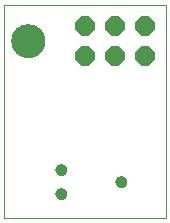
<source format=gts>
G04 EAGLE Gerber RS-274X export*
G75*
%MOMM*%
%FSLAX34Y34*%
%LPD*%
%INTop solder mask*%
%IPPOS*%
%AMOC8*
5,1,8,0,0,1.08239X$1,22.5*%
G01*
%ADD10C,0.000000*%
%ADD11C,2.851600*%
%ADD12P,1.759533X8X22.500000*%
%ADD13C,0.990600*%


D10*
X15240Y15240D02*
X152400Y15240D01*
X152400Y195580D01*
X15240Y195580D01*
X15240Y15240D01*
X21850Y165000D02*
X21854Y165337D01*
X21867Y165675D01*
X21887Y166012D01*
X21916Y166348D01*
X21953Y166683D01*
X21999Y167018D01*
X22052Y167351D01*
X22114Y167682D01*
X22184Y168013D01*
X22262Y168341D01*
X22348Y168667D01*
X22442Y168991D01*
X22544Y169313D01*
X22654Y169632D01*
X22771Y169949D01*
X22897Y170262D01*
X23030Y170572D01*
X23170Y170879D01*
X23318Y171182D01*
X23474Y171482D01*
X23636Y171777D01*
X23806Y172069D01*
X23983Y172356D01*
X24167Y172639D01*
X24358Y172917D01*
X24556Y173191D01*
X24760Y173459D01*
X24971Y173723D01*
X25188Y173981D01*
X25412Y174234D01*
X25642Y174481D01*
X25877Y174723D01*
X26119Y174958D01*
X26366Y175188D01*
X26619Y175412D01*
X26877Y175629D01*
X27141Y175840D01*
X27409Y176044D01*
X27683Y176242D01*
X27961Y176433D01*
X28244Y176617D01*
X28531Y176794D01*
X28823Y176964D01*
X29118Y177126D01*
X29418Y177282D01*
X29721Y177430D01*
X30028Y177570D01*
X30338Y177703D01*
X30651Y177829D01*
X30968Y177946D01*
X31287Y178056D01*
X31609Y178158D01*
X31933Y178252D01*
X32259Y178338D01*
X32587Y178416D01*
X32918Y178486D01*
X33249Y178548D01*
X33582Y178601D01*
X33917Y178647D01*
X34252Y178684D01*
X34588Y178713D01*
X34925Y178733D01*
X35263Y178746D01*
X35600Y178750D01*
X35937Y178746D01*
X36275Y178733D01*
X36612Y178713D01*
X36948Y178684D01*
X37283Y178647D01*
X37618Y178601D01*
X37951Y178548D01*
X38282Y178486D01*
X38613Y178416D01*
X38941Y178338D01*
X39267Y178252D01*
X39591Y178158D01*
X39913Y178056D01*
X40232Y177946D01*
X40549Y177829D01*
X40862Y177703D01*
X41172Y177570D01*
X41479Y177430D01*
X41782Y177282D01*
X42082Y177126D01*
X42377Y176964D01*
X42669Y176794D01*
X42956Y176617D01*
X43239Y176433D01*
X43517Y176242D01*
X43791Y176044D01*
X44059Y175840D01*
X44323Y175629D01*
X44581Y175412D01*
X44834Y175188D01*
X45081Y174958D01*
X45323Y174723D01*
X45558Y174481D01*
X45788Y174234D01*
X46012Y173981D01*
X46229Y173723D01*
X46440Y173459D01*
X46644Y173191D01*
X46842Y172917D01*
X47033Y172639D01*
X47217Y172356D01*
X47394Y172069D01*
X47564Y171777D01*
X47726Y171482D01*
X47882Y171182D01*
X48030Y170879D01*
X48170Y170572D01*
X48303Y170262D01*
X48429Y169949D01*
X48546Y169632D01*
X48656Y169313D01*
X48758Y168991D01*
X48852Y168667D01*
X48938Y168341D01*
X49016Y168013D01*
X49086Y167682D01*
X49148Y167351D01*
X49201Y167018D01*
X49247Y166683D01*
X49284Y166348D01*
X49313Y166012D01*
X49333Y165675D01*
X49346Y165337D01*
X49350Y165000D01*
X49346Y164663D01*
X49333Y164325D01*
X49313Y163988D01*
X49284Y163652D01*
X49247Y163317D01*
X49201Y162982D01*
X49148Y162649D01*
X49086Y162318D01*
X49016Y161987D01*
X48938Y161659D01*
X48852Y161333D01*
X48758Y161009D01*
X48656Y160687D01*
X48546Y160368D01*
X48429Y160051D01*
X48303Y159738D01*
X48170Y159428D01*
X48030Y159121D01*
X47882Y158818D01*
X47726Y158518D01*
X47564Y158223D01*
X47394Y157931D01*
X47217Y157644D01*
X47033Y157361D01*
X46842Y157083D01*
X46644Y156809D01*
X46440Y156541D01*
X46229Y156277D01*
X46012Y156019D01*
X45788Y155766D01*
X45558Y155519D01*
X45323Y155277D01*
X45081Y155042D01*
X44834Y154812D01*
X44581Y154588D01*
X44323Y154371D01*
X44059Y154160D01*
X43791Y153956D01*
X43517Y153758D01*
X43239Y153567D01*
X42956Y153383D01*
X42669Y153206D01*
X42377Y153036D01*
X42082Y152874D01*
X41782Y152718D01*
X41479Y152570D01*
X41172Y152430D01*
X40862Y152297D01*
X40549Y152171D01*
X40232Y152054D01*
X39913Y151944D01*
X39591Y151842D01*
X39267Y151748D01*
X38941Y151662D01*
X38613Y151584D01*
X38282Y151514D01*
X37951Y151452D01*
X37618Y151399D01*
X37283Y151353D01*
X36948Y151316D01*
X36612Y151287D01*
X36275Y151267D01*
X35937Y151254D01*
X35600Y151250D01*
X35263Y151254D01*
X34925Y151267D01*
X34588Y151287D01*
X34252Y151316D01*
X33917Y151353D01*
X33582Y151399D01*
X33249Y151452D01*
X32918Y151514D01*
X32587Y151584D01*
X32259Y151662D01*
X31933Y151748D01*
X31609Y151842D01*
X31287Y151944D01*
X30968Y152054D01*
X30651Y152171D01*
X30338Y152297D01*
X30028Y152430D01*
X29721Y152570D01*
X29418Y152718D01*
X29118Y152874D01*
X28823Y153036D01*
X28531Y153206D01*
X28244Y153383D01*
X27961Y153567D01*
X27683Y153758D01*
X27409Y153956D01*
X27141Y154160D01*
X26877Y154371D01*
X26619Y154588D01*
X26366Y154812D01*
X26119Y155042D01*
X25877Y155277D01*
X25642Y155519D01*
X25412Y155766D01*
X25188Y156019D01*
X24971Y156277D01*
X24760Y156541D01*
X24556Y156809D01*
X24358Y157083D01*
X24167Y157361D01*
X23983Y157644D01*
X23806Y157931D01*
X23636Y158223D01*
X23474Y158518D01*
X23318Y158818D01*
X23170Y159121D01*
X23030Y159428D01*
X22897Y159738D01*
X22771Y160051D01*
X22654Y160368D01*
X22544Y160687D01*
X22442Y161009D01*
X22348Y161333D01*
X22262Y161659D01*
X22184Y161987D01*
X22114Y162318D01*
X22052Y162649D01*
X21999Y162982D01*
X21953Y163317D01*
X21916Y163652D01*
X21887Y163988D01*
X21867Y164325D01*
X21854Y164663D01*
X21850Y165000D01*
D11*
X35600Y165000D03*
D12*
X84011Y152400D03*
X84011Y177800D03*
X109411Y152400D03*
X109411Y177800D03*
X134811Y152400D03*
X134811Y177800D03*
D10*
X109855Y45720D02*
X109857Y45853D01*
X109863Y45986D01*
X109873Y46118D01*
X109887Y46251D01*
X109905Y46382D01*
X109926Y46514D01*
X109952Y46644D01*
X109982Y46774D01*
X110015Y46903D01*
X110052Y47030D01*
X110094Y47157D01*
X110138Y47282D01*
X110187Y47406D01*
X110239Y47528D01*
X110295Y47649D01*
X110355Y47768D01*
X110418Y47885D01*
X110484Y48000D01*
X110554Y48113D01*
X110627Y48224D01*
X110704Y48333D01*
X110784Y48439D01*
X110867Y48543D01*
X110953Y48645D01*
X111042Y48743D01*
X111133Y48839D01*
X111228Y48933D01*
X111326Y49023D01*
X111426Y49111D01*
X111529Y49195D01*
X111634Y49277D01*
X111741Y49355D01*
X111851Y49430D01*
X111963Y49501D01*
X112078Y49569D01*
X112194Y49634D01*
X112312Y49696D01*
X112432Y49753D01*
X112553Y49807D01*
X112676Y49858D01*
X112801Y49904D01*
X112926Y49947D01*
X113054Y49987D01*
X113182Y50022D01*
X113311Y50054D01*
X113441Y50081D01*
X113572Y50105D01*
X113703Y50125D01*
X113835Y50141D01*
X113968Y50153D01*
X114101Y50161D01*
X114234Y50165D01*
X114366Y50165D01*
X114499Y50161D01*
X114632Y50153D01*
X114765Y50141D01*
X114897Y50125D01*
X115028Y50105D01*
X115159Y50081D01*
X115289Y50054D01*
X115418Y50022D01*
X115546Y49987D01*
X115674Y49947D01*
X115799Y49904D01*
X115924Y49858D01*
X116047Y49807D01*
X116168Y49753D01*
X116288Y49696D01*
X116406Y49634D01*
X116523Y49569D01*
X116637Y49501D01*
X116749Y49430D01*
X116859Y49355D01*
X116966Y49277D01*
X117071Y49195D01*
X117174Y49111D01*
X117274Y49023D01*
X117372Y48933D01*
X117467Y48839D01*
X117558Y48743D01*
X117647Y48645D01*
X117733Y48543D01*
X117816Y48439D01*
X117896Y48333D01*
X117973Y48224D01*
X118046Y48113D01*
X118116Y48000D01*
X118182Y47885D01*
X118245Y47768D01*
X118305Y47649D01*
X118361Y47528D01*
X118413Y47406D01*
X118462Y47282D01*
X118506Y47157D01*
X118548Y47030D01*
X118585Y46903D01*
X118618Y46774D01*
X118648Y46644D01*
X118674Y46514D01*
X118695Y46382D01*
X118713Y46251D01*
X118727Y46118D01*
X118737Y45986D01*
X118743Y45853D01*
X118745Y45720D01*
X118743Y45587D01*
X118737Y45454D01*
X118727Y45322D01*
X118713Y45189D01*
X118695Y45058D01*
X118674Y44926D01*
X118648Y44796D01*
X118618Y44666D01*
X118585Y44537D01*
X118548Y44410D01*
X118506Y44283D01*
X118462Y44158D01*
X118413Y44034D01*
X118361Y43912D01*
X118305Y43791D01*
X118245Y43672D01*
X118182Y43555D01*
X118116Y43440D01*
X118046Y43327D01*
X117973Y43216D01*
X117896Y43107D01*
X117816Y43001D01*
X117733Y42897D01*
X117647Y42795D01*
X117558Y42697D01*
X117467Y42601D01*
X117372Y42507D01*
X117274Y42417D01*
X117174Y42329D01*
X117071Y42245D01*
X116966Y42163D01*
X116859Y42085D01*
X116749Y42010D01*
X116637Y41939D01*
X116522Y41871D01*
X116406Y41806D01*
X116288Y41744D01*
X116168Y41687D01*
X116047Y41633D01*
X115924Y41582D01*
X115799Y41536D01*
X115674Y41493D01*
X115546Y41453D01*
X115418Y41418D01*
X115289Y41386D01*
X115159Y41359D01*
X115028Y41335D01*
X114897Y41315D01*
X114765Y41299D01*
X114632Y41287D01*
X114499Y41279D01*
X114366Y41275D01*
X114234Y41275D01*
X114101Y41279D01*
X113968Y41287D01*
X113835Y41299D01*
X113703Y41315D01*
X113572Y41335D01*
X113441Y41359D01*
X113311Y41386D01*
X113182Y41418D01*
X113054Y41453D01*
X112926Y41493D01*
X112801Y41536D01*
X112676Y41582D01*
X112553Y41633D01*
X112432Y41687D01*
X112312Y41744D01*
X112194Y41806D01*
X112077Y41871D01*
X111963Y41939D01*
X111851Y42010D01*
X111741Y42085D01*
X111634Y42163D01*
X111529Y42245D01*
X111426Y42329D01*
X111326Y42417D01*
X111228Y42507D01*
X111133Y42601D01*
X111042Y42697D01*
X110953Y42795D01*
X110867Y42897D01*
X110784Y43001D01*
X110704Y43107D01*
X110627Y43216D01*
X110554Y43327D01*
X110484Y43440D01*
X110418Y43555D01*
X110355Y43672D01*
X110295Y43791D01*
X110239Y43912D01*
X110187Y44034D01*
X110138Y44158D01*
X110094Y44283D01*
X110052Y44410D01*
X110015Y44537D01*
X109982Y44666D01*
X109952Y44796D01*
X109926Y44926D01*
X109905Y45058D01*
X109887Y45189D01*
X109873Y45322D01*
X109863Y45454D01*
X109857Y45587D01*
X109855Y45720D01*
D13*
X114300Y45720D03*
D10*
X59055Y35560D02*
X59057Y35693D01*
X59063Y35826D01*
X59073Y35958D01*
X59087Y36091D01*
X59105Y36222D01*
X59126Y36354D01*
X59152Y36484D01*
X59182Y36614D01*
X59215Y36743D01*
X59252Y36870D01*
X59294Y36997D01*
X59338Y37122D01*
X59387Y37246D01*
X59439Y37368D01*
X59495Y37489D01*
X59555Y37608D01*
X59618Y37725D01*
X59684Y37840D01*
X59754Y37953D01*
X59827Y38064D01*
X59904Y38173D01*
X59984Y38279D01*
X60067Y38383D01*
X60153Y38485D01*
X60242Y38583D01*
X60333Y38679D01*
X60428Y38773D01*
X60526Y38863D01*
X60626Y38951D01*
X60729Y39035D01*
X60834Y39117D01*
X60941Y39195D01*
X61051Y39270D01*
X61163Y39341D01*
X61278Y39409D01*
X61394Y39474D01*
X61512Y39536D01*
X61632Y39593D01*
X61753Y39647D01*
X61876Y39698D01*
X62001Y39744D01*
X62126Y39787D01*
X62254Y39827D01*
X62382Y39862D01*
X62511Y39894D01*
X62641Y39921D01*
X62772Y39945D01*
X62903Y39965D01*
X63035Y39981D01*
X63168Y39993D01*
X63301Y40001D01*
X63434Y40005D01*
X63566Y40005D01*
X63699Y40001D01*
X63832Y39993D01*
X63965Y39981D01*
X64097Y39965D01*
X64228Y39945D01*
X64359Y39921D01*
X64489Y39894D01*
X64618Y39862D01*
X64746Y39827D01*
X64874Y39787D01*
X64999Y39744D01*
X65124Y39698D01*
X65247Y39647D01*
X65368Y39593D01*
X65488Y39536D01*
X65606Y39474D01*
X65723Y39409D01*
X65837Y39341D01*
X65949Y39270D01*
X66059Y39195D01*
X66166Y39117D01*
X66271Y39035D01*
X66374Y38951D01*
X66474Y38863D01*
X66572Y38773D01*
X66667Y38679D01*
X66758Y38583D01*
X66847Y38485D01*
X66933Y38383D01*
X67016Y38279D01*
X67096Y38173D01*
X67173Y38064D01*
X67246Y37953D01*
X67316Y37840D01*
X67382Y37725D01*
X67445Y37608D01*
X67505Y37489D01*
X67561Y37368D01*
X67613Y37246D01*
X67662Y37122D01*
X67706Y36997D01*
X67748Y36870D01*
X67785Y36743D01*
X67818Y36614D01*
X67848Y36484D01*
X67874Y36354D01*
X67895Y36222D01*
X67913Y36091D01*
X67927Y35958D01*
X67937Y35826D01*
X67943Y35693D01*
X67945Y35560D01*
X67943Y35427D01*
X67937Y35294D01*
X67927Y35162D01*
X67913Y35029D01*
X67895Y34898D01*
X67874Y34766D01*
X67848Y34636D01*
X67818Y34506D01*
X67785Y34377D01*
X67748Y34250D01*
X67706Y34123D01*
X67662Y33998D01*
X67613Y33874D01*
X67561Y33752D01*
X67505Y33631D01*
X67445Y33512D01*
X67382Y33395D01*
X67316Y33280D01*
X67246Y33167D01*
X67173Y33056D01*
X67096Y32947D01*
X67016Y32841D01*
X66933Y32737D01*
X66847Y32635D01*
X66758Y32537D01*
X66667Y32441D01*
X66572Y32347D01*
X66474Y32257D01*
X66374Y32169D01*
X66271Y32085D01*
X66166Y32003D01*
X66059Y31925D01*
X65949Y31850D01*
X65837Y31779D01*
X65722Y31711D01*
X65606Y31646D01*
X65488Y31584D01*
X65368Y31527D01*
X65247Y31473D01*
X65124Y31422D01*
X64999Y31376D01*
X64874Y31333D01*
X64746Y31293D01*
X64618Y31258D01*
X64489Y31226D01*
X64359Y31199D01*
X64228Y31175D01*
X64097Y31155D01*
X63965Y31139D01*
X63832Y31127D01*
X63699Y31119D01*
X63566Y31115D01*
X63434Y31115D01*
X63301Y31119D01*
X63168Y31127D01*
X63035Y31139D01*
X62903Y31155D01*
X62772Y31175D01*
X62641Y31199D01*
X62511Y31226D01*
X62382Y31258D01*
X62254Y31293D01*
X62126Y31333D01*
X62001Y31376D01*
X61876Y31422D01*
X61753Y31473D01*
X61632Y31527D01*
X61512Y31584D01*
X61394Y31646D01*
X61277Y31711D01*
X61163Y31779D01*
X61051Y31850D01*
X60941Y31925D01*
X60834Y32003D01*
X60729Y32085D01*
X60626Y32169D01*
X60526Y32257D01*
X60428Y32347D01*
X60333Y32441D01*
X60242Y32537D01*
X60153Y32635D01*
X60067Y32737D01*
X59984Y32841D01*
X59904Y32947D01*
X59827Y33056D01*
X59754Y33167D01*
X59684Y33280D01*
X59618Y33395D01*
X59555Y33512D01*
X59495Y33631D01*
X59439Y33752D01*
X59387Y33874D01*
X59338Y33998D01*
X59294Y34123D01*
X59252Y34250D01*
X59215Y34377D01*
X59182Y34506D01*
X59152Y34636D01*
X59126Y34766D01*
X59105Y34898D01*
X59087Y35029D01*
X59073Y35162D01*
X59063Y35294D01*
X59057Y35427D01*
X59055Y35560D01*
D13*
X63500Y35560D03*
D10*
X59055Y55880D02*
X59057Y56013D01*
X59063Y56146D01*
X59073Y56278D01*
X59087Y56411D01*
X59105Y56542D01*
X59126Y56674D01*
X59152Y56804D01*
X59182Y56934D01*
X59215Y57063D01*
X59252Y57190D01*
X59294Y57317D01*
X59338Y57442D01*
X59387Y57566D01*
X59439Y57688D01*
X59495Y57809D01*
X59555Y57928D01*
X59618Y58045D01*
X59684Y58160D01*
X59754Y58273D01*
X59827Y58384D01*
X59904Y58493D01*
X59984Y58599D01*
X60067Y58703D01*
X60153Y58805D01*
X60242Y58903D01*
X60333Y58999D01*
X60428Y59093D01*
X60526Y59183D01*
X60626Y59271D01*
X60729Y59355D01*
X60834Y59437D01*
X60941Y59515D01*
X61051Y59590D01*
X61163Y59661D01*
X61278Y59729D01*
X61394Y59794D01*
X61512Y59856D01*
X61632Y59913D01*
X61753Y59967D01*
X61876Y60018D01*
X62001Y60064D01*
X62126Y60107D01*
X62254Y60147D01*
X62382Y60182D01*
X62511Y60214D01*
X62641Y60241D01*
X62772Y60265D01*
X62903Y60285D01*
X63035Y60301D01*
X63168Y60313D01*
X63301Y60321D01*
X63434Y60325D01*
X63566Y60325D01*
X63699Y60321D01*
X63832Y60313D01*
X63965Y60301D01*
X64097Y60285D01*
X64228Y60265D01*
X64359Y60241D01*
X64489Y60214D01*
X64618Y60182D01*
X64746Y60147D01*
X64874Y60107D01*
X64999Y60064D01*
X65124Y60018D01*
X65247Y59967D01*
X65368Y59913D01*
X65488Y59856D01*
X65606Y59794D01*
X65723Y59729D01*
X65837Y59661D01*
X65949Y59590D01*
X66059Y59515D01*
X66166Y59437D01*
X66271Y59355D01*
X66374Y59271D01*
X66474Y59183D01*
X66572Y59093D01*
X66667Y58999D01*
X66758Y58903D01*
X66847Y58805D01*
X66933Y58703D01*
X67016Y58599D01*
X67096Y58493D01*
X67173Y58384D01*
X67246Y58273D01*
X67316Y58160D01*
X67382Y58045D01*
X67445Y57928D01*
X67505Y57809D01*
X67561Y57688D01*
X67613Y57566D01*
X67662Y57442D01*
X67706Y57317D01*
X67748Y57190D01*
X67785Y57063D01*
X67818Y56934D01*
X67848Y56804D01*
X67874Y56674D01*
X67895Y56542D01*
X67913Y56411D01*
X67927Y56278D01*
X67937Y56146D01*
X67943Y56013D01*
X67945Y55880D01*
X67943Y55747D01*
X67937Y55614D01*
X67927Y55482D01*
X67913Y55349D01*
X67895Y55218D01*
X67874Y55086D01*
X67848Y54956D01*
X67818Y54826D01*
X67785Y54697D01*
X67748Y54570D01*
X67706Y54443D01*
X67662Y54318D01*
X67613Y54194D01*
X67561Y54072D01*
X67505Y53951D01*
X67445Y53832D01*
X67382Y53715D01*
X67316Y53600D01*
X67246Y53487D01*
X67173Y53376D01*
X67096Y53267D01*
X67016Y53161D01*
X66933Y53057D01*
X66847Y52955D01*
X66758Y52857D01*
X66667Y52761D01*
X66572Y52667D01*
X66474Y52577D01*
X66374Y52489D01*
X66271Y52405D01*
X66166Y52323D01*
X66059Y52245D01*
X65949Y52170D01*
X65837Y52099D01*
X65722Y52031D01*
X65606Y51966D01*
X65488Y51904D01*
X65368Y51847D01*
X65247Y51793D01*
X65124Y51742D01*
X64999Y51696D01*
X64874Y51653D01*
X64746Y51613D01*
X64618Y51578D01*
X64489Y51546D01*
X64359Y51519D01*
X64228Y51495D01*
X64097Y51475D01*
X63965Y51459D01*
X63832Y51447D01*
X63699Y51439D01*
X63566Y51435D01*
X63434Y51435D01*
X63301Y51439D01*
X63168Y51447D01*
X63035Y51459D01*
X62903Y51475D01*
X62772Y51495D01*
X62641Y51519D01*
X62511Y51546D01*
X62382Y51578D01*
X62254Y51613D01*
X62126Y51653D01*
X62001Y51696D01*
X61876Y51742D01*
X61753Y51793D01*
X61632Y51847D01*
X61512Y51904D01*
X61394Y51966D01*
X61277Y52031D01*
X61163Y52099D01*
X61051Y52170D01*
X60941Y52245D01*
X60834Y52323D01*
X60729Y52405D01*
X60626Y52489D01*
X60526Y52577D01*
X60428Y52667D01*
X60333Y52761D01*
X60242Y52857D01*
X60153Y52955D01*
X60067Y53057D01*
X59984Y53161D01*
X59904Y53267D01*
X59827Y53376D01*
X59754Y53487D01*
X59684Y53600D01*
X59618Y53715D01*
X59555Y53832D01*
X59495Y53951D01*
X59439Y54072D01*
X59387Y54194D01*
X59338Y54318D01*
X59294Y54443D01*
X59252Y54570D01*
X59215Y54697D01*
X59182Y54826D01*
X59152Y54956D01*
X59126Y55086D01*
X59105Y55218D01*
X59087Y55349D01*
X59073Y55482D01*
X59063Y55614D01*
X59057Y55747D01*
X59055Y55880D01*
D13*
X63500Y55880D03*
M02*

</source>
